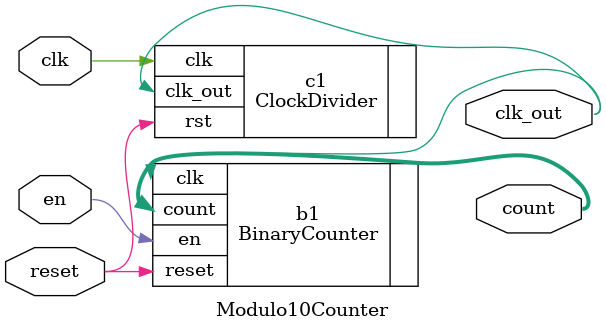
<source format=v>
`timescale 1ns / 1ps


module Modulo10Counter(input clk, reset, en, output clk_out ,output [3:0]count);
    ClockDivider c1(.clk(clk), .rst(reset), .clk_out (clk_out)); 
    BinaryCounter #(4,10) b1(.clk(clk_out), .reset(reset), .en(en), .count(count));
endmodule

</source>
